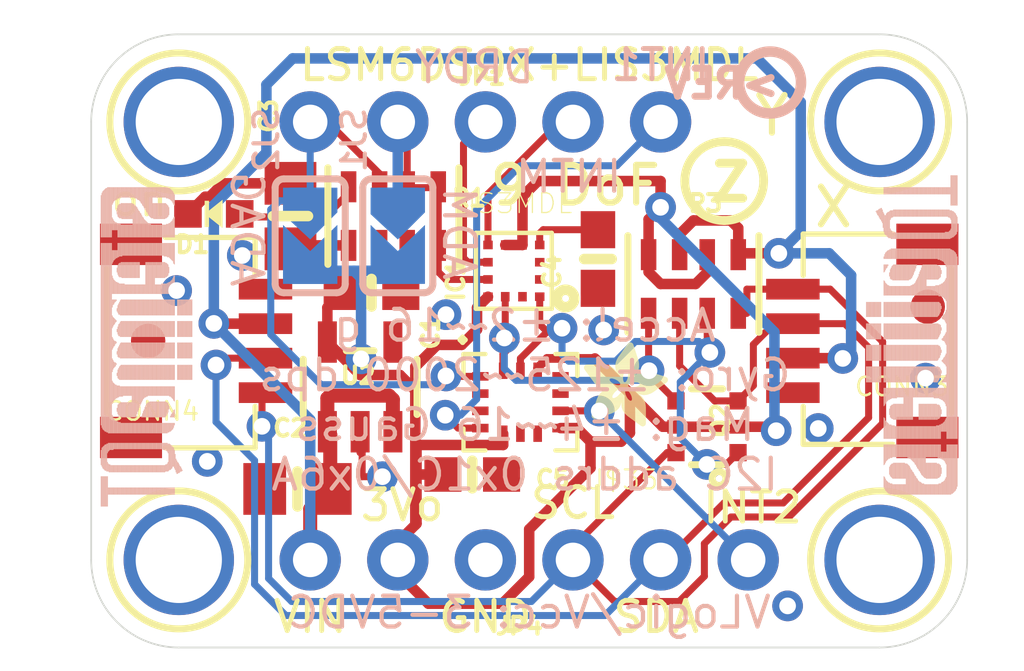
<source format=kicad_pcb>
(kicad_pcb (version 20211014) (generator pcbnew)
  (layers (0 "F.Cu" signal) (31 "B.Cu" signal) (34 "B.Paste" user) (35 "F.Paste" user) (36 "B.SilkS" user "B.Silkscreen") (37 "F.SilkS" user "F.Silkscreen") (38 "B.Mask" user) (39 "F.Mask" user) (44 "Edge.Cuts" user))
  (net 0 "")
  (net 1 "GND")
  (net 2 "3.3V")
  (net 3 "VCC")
  (net 4 "N$1")
  (net 5 "SDA_3V")
  (net 6 "SCL_3V")
  (net 7 "SCL")
  (net 8 "SDA")
  (net 9 "INTM")
  (net 10 "DRDY")
  (net 11 "CAP")
  (net 12 "INT1")
  (net 13 "ADM")
  (net 14 "ADAG")
  (net 15 "INT2")
  (footprint "boardEagle:1X05_ROUND_70" (layer "F.Cu") (at 147.2311 98.6536)
    (fp_text reference "JP1" (at -0.8382 -1.3208) (layer "F.SilkS") (effects (font (size 0.489631 0.489631) (thickness 0.119969)) (justify left)))
    (fp_text value "")
    (pad "1" thru_hole circle (at -5.08 0 90) (size 1.778 1.778) (drill 1) (layers *.Cu *.Mask) (net 14 "ADAG"))
    (pad "2" thru_hole circle (at -2.54 0 90) (size 1.778 1.778) (drill 1) (layers *.Cu *.Mask) (net 13 "ADM"))
    (pad "3" thru_hole circle (at 0 0 90) (size 1.778 1.778) (drill 1) (layers *.Cu *.Mask) (net 10 "DRDY"))
    (pad "4" thru_hole circle (at 2.54 0 90) (size 1.778 1.778) (drill 1) (layers *.Cu *.Mask) (net 9 "INTM"))
    (pad "5" thru_hole circle (at 5.08 0 90) (size 1.778 1.778) (drill 1) (layers *.Cu *.Mask) (net 12 "INT1"))
  )
  (footprint "boardEagle:MOUNTINGHOLE_2.5_PLATED" (layer "F.Cu") (at 138.3411 111.3536)
    (fp_text reference "U$19" hide)
    (fp_text value "MOUNTINGHOLE2.5" hide)
    (pad "P$1" thru_hole circle (at 0 0) (size 3.2 3.2) (drill 2.5) (layers *.Cu *.Mask))
  )
  (footprint "boardEagle:ADAFRUIT_2.5MM" (layer "F.Cu") (at 150.0886 107.4801)
    (fp_text reference "U$20" hide)
    (fp_text value "" hide)
  )
  (footprint "boardEagle:SOT23-5" (layer "F.Cu") (at 143.5989 106.3371)
    (fp_text reference "U2" (at 0.5112 -0.3302) (layer "F.SilkS") (effects (font (size 0.489631 0.489631) (thickness 0.119969)) (justify right)))
    (fp_text value "AP2112K-3.3")
    (pad "1" smd rect (at -0.95 1.3001) (size 0.55 1.2) (layers "F.Cu" "F.Paste" "F.Mask") (net 3 "VCC"))
    (pad "2" smd rect (at 0 1.3001) (size 0.55 1.2) (layers "F.Cu" "F.Paste" "F.Mask") (net 1 "GND"))
    (pad "3" smd rect (at 0.95 1.3001) (size 0.55 1.2) (layers "F.Cu" "F.Paste" "F.Mask") (net 3 "VCC"))
    (pad "4" smd rect (at 0.95 -1.3001) (size 0.55 1.2) (layers "F.Cu" "F.Paste" "F.Mask"))
    (pad "5" smd rect (at -0.95 -1.3001) (size 0.55 1.2) (layers "F.Cu" "F.Paste" "F.Mask") (net 2 "3.3V"))
  )
  (footprint "boardEagle:0805-NO" (layer "F.Cu") (at 141.7828 109.2962 180)
    (fp_text reference "C2" (at -0.3429 1.7653) (layer "F.SilkS") (effects (font (size 0.489631 0.489631) (thickness 0.119969)) (justify right)))
    (fp_text value "10uF")
    (pad "1" smd rect (at -0.95 0 180) (size 1.24 1.5) (layers "F.Cu" "F.Paste" "F.Mask") (net 3 "VCC"))
    (pad "2" smd rect (at 0.95 0 180) (size 1.24 1.5) (layers "F.Cu" "F.Paste" "F.Mask") (net 1 "GND"))
  )
  (footprint "boardEagle:0603-NO" (layer "F.Cu") (at 146.8501 108.8771)
    (fp_text reference "C5" (at 1.778 0.127) (layer "F.SilkS") (effects (font (size 0.489631 0.489631) (thickness 0.119969)) (justify left)))
    (fp_text value "1uF")
    (pad "1" smd rect (at -0.85 0) (size 1.075 1) (layers "F.Cu" "F.Paste" "F.Mask") (net 2 "3.3V"))
    (pad "2" smd rect (at 0.85 0) (size 1.075 1) (layers "F.Cu" "F.Paste" "F.Mask") (net 1 "GND"))
  )
  (footprint "boardEagle:0603-NO" (layer "F.Cu") (at 150.495 102.6287 -90)
    (fp_text reference "C4" (at -0.1905 1.3335 90) (layer "F.SilkS") (effects (font (size 0.489631 0.489631) (thickness 0.119969)) (justify right)))
    (fp_text value "0.1uF")
    (pad "1" smd rect (at -0.85 0 270) (size 1.075 1) (layers "F.Cu" "F.Paste" "F.Mask") (net 11 "CAP"))
    (pad "2" smd rect (at 0.85 0 270) (size 1.075 1) (layers "F.Cu" "F.Paste" "F.Mask") (net 1 "GND"))
  )
  (footprint "boardEagle:CHIPLED_0603_NOOUTLINE" (layer "F.Cu") (at 139.3571 101.3206 90)
    (fp_text reference "D1" (at -0.889 -0.0635) (layer "F.SilkS") (effects (font (size 0.489631 0.489631) (thickness 0.119969)) (justify right)))
    (fp_text value "GREEN")
    (pad "A" smd rect (at 0 0.75 90) (size 0.8 0.8) (layers "F.Cu" "F.Paste" "F.Mask") (net 4 "N$1"))
    (pad "C" smd rect (at 0 -0.75 90) (size 0.8 0.8) (layers "F.Cu" "F.Paste" "F.Mask") (net 1 "GND"))
  )
  (footprint "boardEagle:0805-NO" (layer "F.Cu") (at 141.5796 101.3841 90)
    (fp_text reference "C3" (at 2.3495 -0.635 90) (layer "F.SilkS") (effects (font (size 0.489631 0.489631) (thickness 0.119969)) (justify left)))
    (fp_text value "10uF")
    (pad "1" smd rect (at -0.95 0 90) (size 1.24 1.5) (layers "F.Cu" "F.Paste" "F.Mask") (net 2 "3.3V"))
    (pad "2" smd rect (at 0.95 0 90) (size 1.24 1.5) (layers "F.Cu" "F.Paste" "F.Mask") (net 1 "GND"))
  )
  (footprint "boardEagle:FIDUCIAL_1MM" (layer "F.Cu") (at 160.0581 104.013)
    (fp_text reference "FID4" hide)
    (fp_text value "FIDUCIAL_1MM" hide)
    (pad "1" smd roundrect (at 0 0) (size 1 1) (layers "F.Cu" "F.Mask") (roundrect_rratio 0.5))
  )
  (footprint "boardEagle:MOUNTINGHOLE_2.5_PLATED" (layer "F.Cu") (at 158.6611 98.6536)
    (fp_text reference "U$17" hide)
    (fp_text value "MOUNTINGHOLE2.5" hide)
    (pad "P$1" thru_hole circle (at 0 0) (size 3.2 3.2) (drill 2.5) (layers *.Cu *.Mask))
  )
  (footprint "boardEagle:RESPACK_4X0603" (layer "F.Cu") (at 144.5641 101.3841)
    (fp_text reference "R1" (at 1.6385 -0.5205) (layer "F.SilkS") (effects (font (size 0.489631 0.489631) (thickness 0.119969)) (justify left)))
    (fp_text value "10K")
    (pad "1" smd rect (at -1.3 0.85) (size 0.45 0.9) (layers "F.Cu" "F.Paste" "F.Mask") (net 2 "3.3V"))
    (pad "2" smd rect (at -0.4 0.85) (size 0.45 0.9) (layers "F.Cu" "F.Paste" "F.Mask") (net 1 "GND"))
    (pad "3" smd rect (at 0.4 0.85) (size 0.45 0.9) (layers "F.Cu" "F.Paste" "F.Mask") (net 1 "GND"))
    (pad "4" smd rect (at 1.3 0.85) (size 0.45 0.9) (layers "F.Cu" "F.Paste" "F.Mask") (net 13 "ADM"))
    (pad "5" smd rect (at 1.3 -0.85) (size 0.45 0.9) (layers "F.Cu" "F.Paste" "F.Mask") (net 13 "ADM"))
    (pad "6" smd rect (at 0.4 -0.85) (size 0.45 0.9) (layers "F.Cu" "F.Paste" "F.Mask") (net 13 "ADM"))
    (pad "7" smd rect (at -0.4 -0.85) (size 0.45 0.9) (layers "F.Cu" "F.Paste" "F.Mask") (net 14 "ADAG"))
    (pad "8" smd rect (at -1.3 -0.85) (size 0.45 0.9) (layers "F.Cu" "F.Paste" "F.Mask") (net 4 "N$1"))
  )
  (footprint "boardEagle:LGA12_2X2MM" (layer "F.Cu") (at 148.0566 102.9716 180)
    (fp_text reference "IC1" (at 1.6845 0.4015 90) (layer "F.SilkS") (effects (font (size 0.489631 0.489631) (thickness 0.119969)) (justify right)))
    (fp_text value "LIS3MDL" (at -1.735 1.954) (layer "F.SilkS") (effects (font (size 0.573024 0.573024) (thickness 0.036576)) (justify right)))
    (pad "1" smd rect (at -0.75 -0.75 180) (size 0.275 0.25) (layers "F.Cu" "F.Paste" "F.Mask") (net 6 "SCL_3V"))
    (pad "2" smd rect (at -0.75 -0.25 180) (size 0.275 0.25) (layers "F.Cu" "F.Paste" "F.Mask") (net 1 "GND"))
    (pad "3" smd rect (at -0.75 0.25 180) (size 0.275 0.25) (layers "F.Cu" "F.Paste" "F.Mask") (net 1 "GND"))
    (pad "4" smd rect (at -0.75 0.75 180) (size 0.275 0.25) (layers "F.Cu" "F.Paste" "F.Mask") (net 11 "CAP"))
    (pad "5" smd rect (at -0.25 0.75 270) (size 0.275 0.25) (layers "F.Cu" "F.Paste" "F.Mask") (net 2 "3.3V"))
    (pad "6" smd rect (at 0.25 0.75 270) (size 0.275 0.25) (layers "F.Cu" "F.Paste" "F.Mask") (net 2 "3.3V"))
    (pad "7" smd rect (at 0.75 0.75) (size 0.275 0.25) (layers "F.Cu" "F.Paste" "F.Mask") (net 9 "INTM"))
    (pad "8" smd rect (at 0.75 0.25) (size 0.275 0.25) (layers "F.Cu" "F.Paste" "F.Mask") (net 10 "DRDY"))
    (pad "9" smd rect (at 0.75 -0.25) (size 0.275 0.25) (layers "F.Cu" "F.Paste" "F.Mask") (net 13 "ADM"))
    (pad "10" smd rect (at 0.75 -0.75) (size 0.275 0.25) (layers "F.Cu" "F.Paste" "F.Mask") (net 2 "3.3V"))
    (pad "11" smd rect (at 0.25 -0.75 90) (size 0.275 0.25) (layers "F.Cu" "F.Paste" "F.Mask") (net 5 "SDA_3V"))
    (pad "12" smd rect (at -0.25 -0.75 90) (size 0.275 0.25) (layers "F.Cu" "F.Paste" "F.Mask") (net 1 "GND"))
  )
  (footprint "boardEagle:JST_SH4" (layer "F.Cu") (at 138.3411 105.0036 -90)
    (fp_text reference "CONN4" (at 2.0375 2.187) (layer "F.SilkS") (effects (font (size 0.534822 0.534822) (thickness 0.074778)) (justify left)))
    (fp_text value "STEMMA_I2C_QT" hide)
    (pad "1" smd rect (at -1.5 -2.514) (size 1.55 0.6) (layers "F.Cu" "F.Paste" "F.Mask") (net 1 "GND"))
    (pad "2" smd rect (at -0.5 -2.514) (size 1.55 0.6) (layers "F.Cu" "F.Paste" "F.Mask") (net 3 "VCC"))
    (pad "3" smd rect (at 0.5 -2.514) (size 1.55 0.6) (layers "F.Cu" "F.Paste" "F.Mask") (net 8 "SDA"))
    (pad "4" smd rect (at 1.5 -2.514) (size 1.55 0.6) (layers "F.Cu" "F.Paste" "F.Mask") (net 7 "SCL"))
    (pad "MT1" smd rect (at -2.8 1.386) (size 1.8 1.2) (layers "F.Cu" "F.Paste" "F.Mask") (net 1 "GND"))
    (pad "MT2" smd rect (at 2.8 1.386) (size 1.8 1.2) (layers "F.Cu" "F.Paste" "F.Mask") (net 1 "GND"))
  )
  (footprint "boardEagle:1X06_ROUND_70" (layer "F.Cu") (at 148.5011 111.3536)
    (fp_text reference "JP4" (at -1.0287 1.9177) (layer "F.SilkS") (effects (font (size 0.489631 0.489631) (thickness 0.119969)) (justify left)))
    (fp_text value "")
    (pad "1" thru_hole circle (at -6.35 0 90) (size 1.778 1.778) (drill 1) (layers *.Cu *.Mask) (net 3 "VCC"))
    (pad "2" thru_hole circle (at -3.81 0 90) (size 1.778 1.778) (drill 1) (layers *.Cu *.Mask) (net 2 "3.3V"))
    (pad "3" thru_hole circle (at -1.27 0 90) (size 1.778 1.778) (drill 1) (layers *.Cu *.Mask) (net 1 "GND"))
    (pad "4" thru_hole circle (at 1.27 0 90) (size 1.778 1.778) (drill 1) (layers *.Cu *.Mask) (net 7 "SCL"))
    (pad "5" thru_hole circle (at 3.81 0 90) (size 1.778 1.778) (drill 1) (layers *.Cu *.Mask) (net 8 "SDA"))
    (pad "6" thru_hole circle (at 6.35 0 90) (size 1.778 1.778) (drill 1) (layers *.Cu *.Mask) (net 15 "INT2"))
  )
  (footprint "boardEagle:MOUNTINGHOLE_2.5_PLATED" (layer "F.Cu") (at 138.3411 98.6536)
    (fp_text reference "U$1" hide)
    (fp_text value "MOUNTINGHOLE2.5" hide)
    (pad "P$1" thru_hole circle (at 0 0) (size 3.2 3.2) (drill 2.5) (layers *.Cu *.Mask))
  )
  (footprint "boardEagle:0603-NO" (layer "F.Cu") (at 143.9291 103.6066)
    (fp_text reference "C1" (at 1.7145 1.7145 90) (layer "F.SilkS") (effects (font (size 0.489631 0.489631) (thickness 0.119969)) (justify left)))
    (fp_text value "0.1uF")
    (pad "1" smd rect (at -0.85 0) (size 1.075 1) (layers "F.Cu" "F.Paste" "F.Mask") (net 2 "3.3V"))
    (pad "2" smd rect (at 0.85 0) (size 1.075 1) (layers "F.Cu" "F.Paste" "F.Mask") (net 1 "GND"))
  )
  (footprint "boardEagle:FIDUCIAL_1MM" (layer "F.Cu") (at 137.4521 105.0036)
    (fp_text reference "FID3" hide)
    (fp_text value "FIDUCIAL_1MM" hide)
    (pad "1" smd roundrect (at 0 0) (size 1 1) (layers "F.Cu" "F.Mask") (roundrect_rratio 0.5))
  )
  (footprint "boardEagle:SOT363" (layer "F.Cu") (at 153.6573 107.4928 90)
    (fp_text reference "Q2" (at -0.381 0.381 90) (layer "F.SilkS") (effects (font (size 0.489631 0.489631) (thickness 0.119969)) (justify left)))
    (fp_text value "BSS138")
    (pad "1" smd rect (at -0.75 0.9 90) (size 0.5 0.5) (layers "F.Cu" "F.Paste" "F.Mask") (net 6 "SCL_3V"))
    (pad "2" smd rect (at 0 0.9 90) (size 0.4 0.5) (layers "F.Cu" "F.Paste" "F.Mask") (net 2 "3.3V"))
    (pad "3" smd rect (at 0.75 0.9 90) (size 0.5 0.5) (layers "F.Cu" "F.Paste" "F.Mask") (net 8 "SDA"))
    (pad "4" smd rect (at 0.75 -0.9 90) (size 0.5 0.5) (layers "F.Cu" "F.Paste" "F.Mask") (net 5 "SDA_3V"))
    (pad "5" smd rect (at 0 -0.9 90) (size 0.4 0.5) (layers "F.Cu" "F.Paste" "F.Mask") (net 2 "3.3V"))
    (pad "6" smd rect (at -0.75 -0.9 90) (size 0.5 0.5) (layers "F.Cu" "F.Paste" "F.Mask") (net 7 "SCL"))
  )
  (footprint "boardEagle:JST_SH4" (layer "F.Cu") (at 158.6611 105.0036 90)
    (fp_text reference "CONN3" (at -1.328 2.06) (layer "F.SilkS") (effects (font (size 0.534822 0.534822) (thickness 0.074778)) (justify right)))
    (fp_text value "STEMMA_I2C_QT" hide)
    (pad "1" smd rect (at -1.5 -2.514 180) (size 1.55 0.6) (layers "F.Cu" "F.Paste" "F.Mask") (net 1 "GND"))
    (pad "2" smd rect (at -0.5 -2.514 180) (size 1.55 0.6) (layers "F.Cu" "F.Paste" "F.Mask") (net 3 "VCC"))
    (pad "3" smd rect (at 0.5 -2.514 180) (size 1.55 0.6) (layers "F.Cu" "F.Paste" "F.Mask") (net 8 "SDA"))
    (pad "4" smd rect (at 1.5 -2.514 180) (size 1.55 0.6) (layers "F.Cu" "F.Paste" "F.Mask") (net 7 "SCL"))
    (pad "MT1" smd rect (at -2.8 1.386 180) (size 1.8 1.2) (layers "F.Cu" "F.Paste" "F.Mask") (net 1 "GND"))
    (pad "MT2" smd rect (at 2.8 1.386 180) (size 1.8 1.2) (layers "F.Cu" "F.Paste" "F.Mask") (net 1 "GND"))
  )
  (footprint "boardEagle:MOUNTINGHOLE_2.5_PLATED" (layer "F.Cu") (at 158.6611 111.3536)
    (fp_text reference "U$21" hide)
    (fp_text value "MOUNTINGHOLE2.5" hide)
    (pad "P$1" thru_hole circle (at 0 0) (size 3.2 3.2) (drill 2.5) (layers *.Cu *.Mask))
  )
  (footprint "boardEagle:RESPACK_4X0603" (layer "F.Cu") (at 153.2636 103.3526 180)
    (fp_text reference "R3" (at -0.9015 2.337) (layer "F.SilkS") (effects (font (size 0.489631 0.489631) (thickness 0.119969)) (justify right)))
    (fp_text value "10K")
    (pad "1" smd rect (at -1.3 0.85 180) (size 0.45 0.9) (layers "F.Cu" "F.Paste" "F.Mask") (net 3 "VCC"))
    (pad "2" smd rect (at -0.4 0.85 180) (size 0.45 0.9) (layers "F.Cu" "F.Paste" "F.Mask") (net 2 "3.3V"))
    (pad "3" smd rect (at 0.4 0.85 180) (size 0.45 0.9) (layers "F.Cu" "F.Paste" "F.Mask") (net 3 "VCC"))
    (pad "4" smd rect (at 1.3 0.85 180) (size 0.45 0.9) (layers "F.Cu" "F.Paste" "F.Mask") (net 2 "3.3V"))
    (pad "5" smd rect (at 1.3 -0.85 180) (size 0.45 0.9) (layers "F.Cu" "F.Paste" "F.Mask") (net 5 "SDA_3V"))
    (pad "6" smd rect (at 0.4 -0.85 180) (size 0.45 0.9) (layers "F.Cu" "F.Paste" "F.Mask") (net 8 "SDA"))
    (pad "7" smd rect (at -0.4 -0.85 180) (size 0.45 0.9) (layers "F.Cu" "F.Paste" "F.Mask") (net 6 "SCL_3V"))
    (pad "8" smd rect (at -1.3 -0.85 180) (size 0.45 0.9) (layers "F.Cu" "F.Paste" "F.Mask") (net 7 "SCL"))
  )
  (footprint "boardEagle:LGA-14L" (layer "F.Cu") (at 148.2471 106.7816)
    (fp_text reference "U$35" (at 1.81 2.2465) (layer "F.SilkS") (effects (font (size 0.549778 0.549778) (thickness 0.059822)) (justify left)))
    (fp_text value "LSM6DSOX")
    (fp_text user "." (at -2.159 -1.524) (layer "F.SilkS") (effects (font (size 1.63576 1.63576) (thickness 0.14224)) (justify left bottom)))
    (pad "1" smd rect (at -1.1625 -0.75) (size 0.475 0.25) (layers "F.Cu" "F.Paste" "F.Mask") (net 14 "ADAG"))
    (pad "2" smd rect (at -1.1625 -0.25) (size 0.475 0.25) (layers "F.Cu" "F.Paste" "F.Mask"))
    (pad "3" smd rect (at -1.1625 0.25) (size 0.475 0.25) (layers "F.Cu" "F.Paste" "F.Mask"))
    (pad "4" smd rect (at -1.1625 0.75) (size 0.475 0.25) (layers "F.Cu" "F.Paste" "F.Mask") (net 12 "INT1"))
    (pad "5" smd rect (at -0.5 0.9125 90) (size 0.475 0.25) (layers "F.Cu" "F.Paste" "F.Mask") (net 2 "3.3V"))
    (pad "6" smd rect (at 0 0.9125 90) (size 0.475 0.25) (layers "F.Cu" "F.Paste" "F.Mask") (net 1 "GND"))
    (pad "7" smd rect (at 0.5 0.9125 90) (size 0.475 0.25) (layers "F.Cu" "F.Paste" "F.Mask") (net 1 "GND"))
    (pad "8" smd rect (at 1.1625 0.75 180) (size 0.475 0.25) (layers "F.Cu" "F.Paste" "F.Mask") (net 2 "3.3V"))
    (pad "9" smd rect (at 1.1625 0.25 180) (size 0.475 0.25) (layers "F.Cu" "F.Paste" "F.Mask") (net 15 "INT2"))
    (pad "10" smd rect (at 1.1625 -0.25 180) (size 0.475 0.25) (layers "F.Cu" "F.Paste" "F.Mask"))
    (pad "11" smd rect (at 1.1625 -0.75 180) (size 0.475 0.25) (layers "F.Cu" "F.Paste" "F.Mask"))
    (pad "12" smd rect (at 0.5 -0.9125 270) (size 0.475 0.25) (layers "F.Cu" "F.Paste" "F.Mask") (net 2 "3.3V"))
    (pad "13" smd rect (at 0 -0.9125 270) (size 0.475 0.25) (layers "F.Cu" "F.Paste" "F.Mask") (net 6 "SCL_3V"))
    (pad "14" smd rect (at -0.5 -0.9125 270) (size 0.475 0.25) (layers "F.Cu" "F.Paste" "F.Mask") (net 5 "SDA_3V"))
  )
  (footprint "boardEagle:STEMMAQT" (layer "B.Cu") (at 138.7221 100.5586 -90)
    (fp_text reference "U$31" hide)
    (fp_text value "" hide)
  )
  (footprint "boardEagle:SOLDERJUMPER_ARROW_NOPASTE" (layer "B.Cu") (at 142.1511 101.9556 -90)
    (fp_text reference "SJ2" (at -1.778 1.27 -270) (layer "B.SilkS") (effects (font (size 0.692831 0.692831) (thickness 0.119969)) (justify right mirror)))
    (fp_text value "")
    (fp_poly (pts (xy 1.3946 -0.7882) (xy -0.315893 -0.7882) (xy 0.443148 0) (xy -0.315893 0.7882) (xy 1.3946 0.7882)) (layer "B.Cu") (width 0) (fill solid))
    (fp_poly (pts (xy 0.106121 -0.002663) (xy -0.679416 -0.7882) (xy -1.3946 -0.7882) (xy -1.3946 0.7882) (xy -0.62715 0.7882)) (layer "B.Cu") (width 0) (fill solid))
    (pad "1" smd roundrect (at -1.016 0 270) (size 0.762 1.524) (layers "B.Cu") (net 14 "ADAG"))
    (pad "2" smd roundrect (at 1.016 0 270) (size 0.762 1.524) (layers "B.Cu") (net 2 "3.3V"))
  )
  (footprint "boardEagle:SOLDERJUMPER_ARROW_NOPASTE" (layer "B.Cu") (at 144.6911 101.9556 -90)
    (fp_text reference "SJ1" (at -1.778 1.27 -270) (layer "B.SilkS") (effects (font (size 0.692831 0.692831) (thickness 0.119969)) (justify right mirror)))
    (fp_text value "")
    (fp_poly (pts (xy 0.106121 -0.002663) (xy -0.679416 -0.7882) (xy -1.3946 -0.7882) (xy -1.3946 0.7882) (xy -0.62715 0.7882)) (layer "B.Cu") (width 0) (fill solid))
    (fp_poly (pts (xy 1.3946 -0.7882) (xy -0.315893 -0.7882) (xy 0.443148 0) (xy -0.315893 0.7882) (xy 1.3946 0.7882)) (layer "B.Cu") (width 0) (fill solid))
    (pad "1" smd roundrect (at -1.016 0 270) (size 0.762 1.524) (layers "B.Cu") (net 13 "ADM"))
    (pad "2" smd roundrect (at 1.016 0 270) (size 0.762 1.524) (layers "B.Cu") (net 2 "3.3V"))
  )
  (footprint "boardEagle:STEMMAQT" (layer "B.Cu") (at 158.2801 109.4486 90)
    (fp_text reference "U$30" hide)
    (fp_text value "" hide)
  )
  (footprint "boardEagle:PCBFEAT-REV-040" (layer "B.Cu") (at 155.4861 97.5106 180)
    (fp_text reference "U$25" hide)
    (fp_text value "" hide)
    (fp_text user ">REV" (at -0.3556 -0.508) (layer "B.SilkS") (effects (font (size 0.8128 0.8128) (thickness 0.2032)) (justify left bottom mirror)))
  )
  (gr_arc (start 153.0136 100.3691) (mid 153.348377 99.560877) (end 154.1566 99.2261) (layer "F.SilkS") (width 0.254))
  (gr_arc (start 154.1566 101.5121) (mid 153.348377 101.177323) (end 153.0136 100.3691) (layer "F.SilkS") (width 0.254))
  (gr_arc (start 154.1566 99.2261) (mid 154.970688 99.555014) (end 155.2996 100.369102) (layer "F.SilkS") (width 0.254))
  (gr_arc (start 155.2996 100.3691) (mid 154.964823 101.177323) (end 154.1566 101.5121) (layer "F.SilkS") (width 0.254))
  (gr_line (start 135.8011 98.6536) (end 135.8011 111.3536) (layer "Edge.Cuts") (width 0.05))
  (gr_line (start 161.2011 111.3536) (end 161.2011 98.6536) (layer "Edge.Cuts") (width 0.05))
  (gr_arc (start 138.3411 113.8936) (mid 136.545049 113.149651) (end 135.8011 111.3536) (layer "Edge.Cuts") (width 0.05))
  (gr_arc (start 135.8011 98.6536) (mid 136.545049 96.857549) (end 138.3411 96.1136) (layer "Edge.Cuts") (width 0.05))
  (gr_arc (start 158.6611 96.1136) (mid 160.457151 96.857549) (end 161.2011 98.6536) (layer "Edge.Cuts") (width 0.05))
  (gr_line (start 138.3411 113.8936) (end 158.6611 113.8936) (layer "Edge.Cuts") (width 0.05))
  (gr_arc (start 161.2011 111.3536) (mid 160.457151 113.149651) (end 158.6611 113.8936) (layer "Edge.Cuts") (width 0.05))
  (gr_line (start 158.6611 96.1136) (end 138.3411 96.1136) (layer "Edge.Cuts") (width 0.05))
  (gr_text "DRDY" (at 146.9136 97.0661) (layer "B.SilkS") (effects (font (size 0.89408 0.89408) (thickness 0.12192)) (justify mirror)))
  (gr_text "VLogic/Vcc: 3-5VDC" (at 148.5011 112.8776) (layer "B.SilkS") (effects (font (size 0.89408 0.89408) (thickness 0.12192)) (justify mirror)))
  (gr_text "ADM" (at 146.4691 101.8921 -90) (layer "B.SilkS") (effects (font (size 0.89408 0.89408) (thickness 0.12192)) (justify mirror)))
  (gr_text "Accel: ±2~~16 g\nGyro: ±125~~2000 dps\nMag: ±4~~16 Gauss\nI2C addrs 0x1C/0x6A" (at 148.3741 106.7181) (layer "B.SilkS") (effects (font (size 0.89408 0.89408) (thickness 0.12192)) (justify mirror)))
  (gr_text "ADAG" (at 140.3096 101.7651 -90) (layer "B.SilkS") (effects (font (size 0.89408 0.89408) (thickness 0.12192)) (justify mirror)))
  (gr_text "INT1" (at 152.3111 97.0026) (layer "B.SilkS") (effects (font (size 0.87376 0.87376) (thickness 0.14224)) (justify mirror)))
  (gr_text "INTM" (at 149.6441 100.2411) (layer "B.SilkS") (effects (font (size 0.89408 0.89408) (thickness 0.12192)) (justify mirror)))
  (gr_text "SDA" (at 152.1841 113.0046) (layer "F.SilkS") (effects (font (size 0.87376 0.87376) (thickness 0.14224))))
  (gr_text "VIN" (at 142.1511 113.0046) (layer "F.SilkS") (effects (font (size 0.87376 0.87376) (thickness 0.14224))))
  (gr_text "GND" (at 147.2311 113.0046) (layer "F.SilkS") (effects (font (size 0.87376 0.87376) (thickness 0.14224))))
  (gr_text "SCL" (at 149.7711 109.7026) (layer "F.SilkS") (effects (font (size 0.87376 0.87376) (thickness 0.14224))))
  (gr_text "3Vo" (at 144.8181 109.7661) (layer "F.SilkS") (effects (font (size 0.87376 0.87376) (thickness 0.14224))))
  (gr_text "Y" (at 156.1251 97.8291) (layer "F.SilkS") (effects (font (size 1.0922 1.0922) (thickness 0.1778)) (justify right top)))
  (gr_text "LSM6DSOX+LIS3MDL" (at 148.5011 97.0026) (layer "F.SilkS") (effects (font (size 0.87376 0.87376) (thickness 0.14224))))
  (gr_text "9 DoF" (at 149.8346 100.4951) (layer "F.SilkS") (effects (font (size 1.0922 1.0922) (thickness 0.1778))))
  (gr_text "X" (at 156.6886 101.7641) (layer "F.SilkS") (effects (font (size 1.0922 1.0922) (thickness 0.1778)) (justify left bottom)))
  (gr_text "INT2" (at 154.9781 109.8296) (layer "F.SilkS") (effects (font (size 0.87376 0.87376) (thickness 0.14224))))
  (gr_text "on" (at 136.3091 101.4476) (layer "F.SilkS") (effects (font (size 0.89408 0.89408) (thickness 0.12192)) (justify left bottom)))
  (gr_text "Z" (at 153.7041 101.0021) (layer "F.SilkS") (effects (font (size 1.016 1.016) (thickness 0.254)) (justify left bottom)))
  (segment (start 138.6071 101.3206) (end 139.1057 100.822) (width 0.3048) (layer "F.Cu") (net 1))
  (segment (start 143.6576 108.9406) (end 144.2466 108.9406) (width 0.2032) (layer "F.Cu") (net 1))
  (segment (start 139.627181 100.4341) (end 141.5796 100.4341) (width 0.3048) (layer "F.Cu") (net 1))
  (segment (start 143.6576 108.2414) (end 143.6576 108.9406) (width 0.2032) (layer "F.Cu") (net 1))
  (segment (start 143.5989 108.2414) (end 143.6576 108.2414) (width 0.2032) (layer "F.Cu") (net 1))
  (segment (start 144.9641 102.2341) (end 144.9641 103.6066) (width 0.2032) (layer "F.Cu") (net 1))
  (segment (start 144.9641 103.6066) (end 144.7791 103.6066) (width 0.2032) (layer "F.Cu") (net 1))
  (segment (start 139.239281 100.822) (end 139.627181 100.4341) (width 0.3048) (layer "F.Cu") (net 1))
  (segment (start 139.1057 100.822) (end 139.239281 100.822) (width 0.3048) (layer "F.Cu") (net 1))
  (segment (start 143.5989 107.6372) (end 143.5989 108.2414) (width 0.2032) (layer "F.Cu") (net 1))
  (via (at 139.1666 108.4961) (size 0.889) (drill 0.4826) (layers "F.Cu" "B.Cu") (net 1))
  (via (at 155.9941 112.6871) (size 0.889) (drill 0.4826) (layers "F.Cu" "B.Cu") (net 1))
  (via (at 150.6601 104.6861) (size 0.889) (drill 0.4826) (layers "F.Cu" "B.Cu") (net 1))
  (via (at 146.0881 104.2416) (size 0.889) (drill 0.4826) (layers "F.Cu" "B.Cu") (net 1))
  (via (at 140.1826 102.5271) (size 0.889) (drill 0.4826) (layers "F.Cu" "B.Cu") (net 1))
  (via (at 144.2466 108.9406) (size 0.889) (drill 0.4826) (layers "F.Cu" "B.Cu") (net 1))
  (via (at 138.2776 103.5431) (size 0.889) (drill 0.4826) (layers "F.Cu" "B.Cu") (net 1))
  (via (at 159.9946 106.0831) (size 0.889) (drill 0.4826) (layers "F.Cu" "B.Cu") (net 1))
  (via (at 156.8831 107.5436) (size 0.889) (drill 0.4826) (layers "F.Cu" "B.Cu") (net 1))
  (segment (start 144.7546 105.9926) (end 145.1991 106.4371) (width 0.3048) (layer "F.Cu") (net 2))
  (segment (start 153.3271 103.3526) (end 153.6636 103.0161) (width 0.3048) (layer "F.Cu") (net 2))
  (segment (start 155.5496 107.4928) (end 155.6639 107.6071) (width 0.3048) (layer "F.Cu") (net 2))
  (segment (start 144.6911 110.8456) (end 144.6911 111.3536) (width 0.3048) (layer "F.Cu") (net 2))
  (segment (start 141.5796 102.3341) (end 141.4796 102.2341) (width 0.3048) (layer "F.Cu") (net 2))
  (segment (start 152.3111 100.3681) (end 148.7551 100.3681) (width 0.3048) (layer "F.Cu") (net 2))
  (segment (start 142.7226 103.2501) (end 143.0791 103.6066) (width 0.3048) (layer "F.Cu") (net 2))
  (segment (start 143.2641 102.2341) (end 142.7226 102.2341) (width 0.3048) (layer "F.Cu") (net 2))
  (segment (start 143.6262 105.9709) (end 143.6045 105.9926) (width 0.3048) (layer "F.Cu") (net 2))
  (segment (start 147.721231 112.6236) (end 145.5801 112.6236) (width 0.3048) (layer "F.Cu") (net 2))
  (segment (start 146.5446 105.1186) (end 145.8334 105.1186) (width 0.3048) (layer "F.Cu") (net 2))
  (segment (start 153.6636 103.0161) (end 153.6636 102.5026) (width 0.3048) (layer "F.Cu") (net 2))
  (segment (start 148.7551 100.3681) (end 148.3066 100.8166) (width 0.3048) (layer "F.Cu") (net 2))
  (segment (start 150.2791 107.9246) (end 150.2791 108.6866) (width 0.3048) (layer "F.Cu") (net 2))
  (segment (start 142.7226 102.2341) (end 141.4796 102.2341) (width 0.3048) (layer "F.Cu") (net 2))
  (segment (start 149.8861 107.5316) (end 150.2791 107.9246) (width 0.3048) (layer "F.Cu") (net 2))
  (segment (start 151.4221 106.5276) (end 151.626512 106.732013) (width 0.3048) (layer "F.Cu") (net 2))
  (segment (start 151.4221 107.6706) (end 151.4221 106.5276) (width 0.3048) (layer "F.Cu") (net 2))
  (segment (start 145.5801 112.6236) (end 144.6911 111.7346) (width 0.3048) (layer "F.Cu") (net 2))
  (segment (start 148.5011 110.4646) (end 148.5011 111.843732) (width 0.3048) (layer "F.Cu") (net 2))
  (segment (start 149.4096 107.5316) (end 149.8861 107.5316) (width 0.3048) (layer "F.Cu") (net 2))
  (segment (start 146.9891 104.6741) (end 146.5446 105.1186) (width 0.3048) (layer "F.Cu") (net 2))
  (segment (start 145.1991 106.4371) (end 145.1991 110.3376) (width 0.3048) (layer "F.Cu") (net 2))
  (segment (start 154.5573 107.4928) (end 155.5496 107.4928) (width 0.3048) (layer "F.Cu") (net 2))
  (segment (start 151.1681 107.9246) (end 150.2791 107.9246) (width 0.3048) (layer "F.Cu") (net 2))
  (segment (start 152.3111 101.1301) (end 152.3111 100.3681) (width 0.3048) (layer "F.Cu") (net 2))
  (segment (start 145.1991 110.3376) (end 144.6911 110.8456) (width 0.3048) (layer "F.Cu") (net 2))
  (segment (start 148.3066 102.2216) (end 148.3066 100.8166) (width 0.3048) (layer "F.Cu") (net 2))
  (segment (start 148.3066 102.2216) (end 147.8066 102.2216) (width 0.3048) (layer "F.Cu") (net 2))
  (segment (start 151.9636 101.4776) (end 151.9636 102.5026) (width 0.3048) (layer "F.Cu") (net 2))
  (segment (start 142.6489 105.037) (end 142.6489 104.0368) (width 0.3048) (layer "F.Cu") (net 2))
  (segment (start 151.9636 103.0051) (end 152.3111 103.3526) (width 0.3048) (layer "F.Cu") (net 2))
  (segment (start 145.2975 108.8771) (end 145.234 108.8136) (width 0.3048) (layer "F.Cu") (net 2))
  (segment (start 152.7573 107.4928) (end 154.5573 107.4928) (width 0.3048) (layer "F.Cu") (net 2))
  (segment (start 151.1681 107.9246) (end 151.4221 107.6706) (width 0.3048) (layer "F.Cu") (net 2))
  (segment (start 145.234 110.3027) (end 145.234 108.8136) (width 0.3048) (layer "F.Cu") (net 2))
  (segment (start 152.3111 103.3526) (end 153.3271 103.3526) (width 0.3048) (layer "F.Cu") (net 2))
  (segment (start 152.7573 107.4928) (end 152.375812 107.4928) (width 0.3048) (layer "F.Cu") (net 2))
  (segment (start 151.626512 106.732013) (end 151.626512 106.7435) (width 0.3048) (layer "F.Cu") (net 2))
  (segment (start 149.020681 105.5116) (end 150.4061 105.5116) (width 0.254) (layer "F.Cu") (net 2))
  (segment (start 142.7226 102.2341) (end 142.7226 103.2501) (width 0.3048) (layer "F.Cu") (net 2))
  (segment (start 145.1991 105.7529) (end 145.1991 106.4371) (width 0.3048) (layer "F.Cu") (net 2))
  (segment (start 147.7471 107.6941) (end 147.7471 108.0215) (width 0.3048) (layer "F.Cu") (net 2))
  (segment (start 145.234 108.0215) (end 147.7471 108.0215) (width 0.3048) (layer "F.Cu") (net 2))
  (segment (start 143.6045 105.9926) (end 144.7546 105.9926) (width 0.3048) (layer "F.Cu") (net 2))
  (segment (start 150.2791 108.6866) (end 148.5011 110.4646) (width 0.3048) (layer "F.Cu") (net 2))
  (segment (start 144.6911 111.7346) (end 144.6911 111.3536) (width 0.3048) (layer "F.Cu") (net 2))
  (segment (start 146.0001 108.8771) (end 145.2975 108.8771) (width 0.3048) (layer "F.Cu") (net 2))
  (segment (start 151.626512 106.7435) (end 152.375812 107.4928) (width 0.3048) (layer "F.Cu") (net 2))
  (segment (start 142.6489 104.0368) (end 143.0791 103.6066) (width 0.3048) (layer "F.Cu") (net 2))
  (segment (start 152.3111 101.1301) (end 151.9636 101.4776) (width 0.3048) (layer "F.Cu") (net 2))
  (segment (start 148.7471 105.785182) (end 149.020681 105.5116) (width 0.254) (layer "F.Cu") (net 2))
  (segment (start 145.234 108.8136) (end 145.234 108.0215) (width 0.3048) (layer "F.Cu") (net 2))
  (segment (start 148.7471 105.8691) (end 148.7471 105.785182) (width 0.254) (layer "F.Cu") (net 2))
  (segment (start 143.6262 105.5243) (end 143.6262 105.9709) (width 0.3048) (layer "F.Cu") (net 2))
  (segment (start 148.5011 111.843732) (end 147.721231 112.6236) (width 0.3048) (layer "F.Cu") (net 2))
  (segment (start 150.4061 105.5116) (end 151.4221 106.5276) (width 0.3048) (layer "F.Cu") (net 2))
  (segment (start 151.9636 102.5026) (end 151.9636 103.0051) (width 0.3048) (layer "F.Cu") (net 2))
  (segment (start 146.9891 104.0391) (end 146.9891 104.6741) (width 0.3048) (layer "F.Cu") (net 2))
  (segment (start 142.6489 105.037) (end 143.6045 105.9926) (width 0.3048) (layer "F.Cu") (net 2))
  (segment (start 145.8334 105.1186) (end 145.1991 105.7529) (width 0.3048) (layer "F.Cu") (net 2))
  (segment (start 145.1991 110.3376) (end 145.234 110.3027) (width 0.3048) (layer "F.Cu") (net 2))
  (segment (start 147.3066 103.7216) (end 146.9891 104.0391) (width 0.3048) (layer "F.Cu") (net 2))
  (via (at 152.3111 101.1301) (size 0.889) (drill 0.4826) (layers "F.Cu" "B.Cu") (net 2))
  (via (at 143.6262 105.5243) (size 0.889) (drill 0.4826) (layers "F.Cu" "B.Cu") (net 2))
  (via (at 155.6639 107.6071) (size 0.889) (drill 0.4826) (layers "F.Cu" "B.Cu") (net 2))
  (segment (start 143.6262 103.1767) (end 143.6262 105.5243) (width 0.3048) (layer "B.Cu") (net 2))
  (segment (start 155.6639 107.6071) (end 155.6131 107.5563) (width 0.3048) (layer "B.Cu") (net 2))
  (segment (start 155.6131 107.5563) (end 155.6131 104.7496) (width 0.3048) (layer "B.Cu") (net 2))
  (segment (start 152.3111 101.4476) (end 152.3111 101.1301) (width 0.3048) (layer "B.Cu") (net 2))
  (segment (start 143.4211 102.9716) (end 143.6262 103.1767) (width 0.3048) (layer "B.Cu") (net 2))
  (segment (start 155.6131 104.7496) (end 152.3111 101.4476) (width 0.3048) (layer "B.Cu") (net 2))
  (segment (start 142.1511 102.9716) (end 143.4211 102.9716) (width 0.3048) (layer "B.Cu") (net 2))
  (segment (start 143.4211 102.9716) (end 144.6911 102.9716) (width 0.3048) (layer "B.Cu") (net 2))
  (segment (start 144.4371 106.5911) (end 142.7226 106.5911) (width 0.4064) (layer "F.Cu") (net 3))
  (segment (start 142.1511 109.8779) (end 142.7328 109.2962) (width 0.4064) (layer "F.Cu") (net 3))
  (segment (start 154.5636 102.5026) (end 154.6026 102.4636) (width 0.3048) (layer "F.Cu") (net 3))
  (segment (start 152.8636 101.911104) (end 152.8636 102.5026) (width 0.3048) (layer "F.Cu") (net 3))
  (segment (start 142.7226 106.5911) (end 142.6489 106.6648) (width 0.4064) (layer "F.Cu") (net 3))
  (segment (start 157.5863 105.5036) (end 157.5943 105.5116) (width 0.3048) (layer "F.Cu") (net 3))
  (segment (start 153.2636 101.5111) (end 154.3431 101.5111) (width 0.3048) (layer "F.Cu") (net 3))
  (segment (start 142.1511 111.3536) (end 142.1511 109.8779) (width 0.4064) (layer "F.Cu") (net 3))
  (segment (start 139.3651 104.5036) (end 139.3571 104.4956) (width 0.3048) (layer "F.Cu") (net 3))
  (segment (start 142.7328 107.7211) (end 142.7328 109.2962) (width 0.4064) (layer "F.Cu") (net 3))
  (segment (start 142.6489 106.6648) (end 142.6489 107.6372) (width 0.4064) (layer "F.Cu") (net 3))
  (segment (start 144.5489 106.7029) (end 144.4371 106.5911) (width 0.4064) (layer "F.Cu") (net 3))
  (segment (start 154.5636 101.7316) (end 154.5636 102.5026) (width 0.3048) (layer "F.Cu") (net 3))
  (segment (start 144.5489 107.6372) (end 144.5489 106.7029) (width 0.4064) (layer "F.Cu") (net 3))
  (segment (start 153.2636 101.5111) (end 152.8636 101.911104) (width 0.3048) (layer "F.Cu") (net 3))
  (segment (start 154.6026 102.4636) (end 155.7401 102.4636) (width 0.3048) (layer "F.Cu") (net 3))
  (segment (start 156.1471 105.5036) (end 157.5863 105.5036) (width 0.3048) (layer "F.Cu") (net 3))
  (segment (start 154.3431 101.5111) (end 154.5636 101.7316) (width 0.3048) (layer "F.Cu") (net 3))
  (segment (start 140.8551 104.5036) (end 139.3651 104.5036) (width 0.3048) (layer "F.Cu") (net 3))
  (segment (start 142.6489 107.6372) (end 142.7328 107.7211) (width 0.4064) (layer "F.Cu") (net 3))
  (via (at 139.3571 104.4956) (size 0.889) (drill 0.4826) (layers "F.Cu" "B.Cu") (net 3))
  (via (at 157.5943 105.5116) (size 0.889) (drill 0.4826) (layers "F.Cu" "B.Cu") (net 3))
  (via (at 155.7401 102.4636) (size 0.889) (drill 0.4826) (layers "F.Cu" "B.Cu") (net 3))
  (segment (start 140.8811 97.5741) (end 141.6431 96.8121) (width 0.3048) (layer "B.Cu") (net 3))
  (segment (start 140.8811 99.5426) (end 139.3571 101.0666) (width 0.3048) (layer "B.Cu") (net 3))
  (segment (start 157.5943 105.5116) (end 157.8356 105.5116) (width 0.3048) (layer "B.Cu") (net 3))
  (segment (start 141.6431 96.8121) (end 155.1051 96.8121) (width 0.3048) (layer "B.Cu") (net 3))
  (segment (start 157.8356 105.5116) (end 157.8356 103.0986) (width 0.3048) (layer "B.Cu") (net 3))
  (segment (start 156.3751 101.8286) (end 155.7401 102.4636) (width 0.3048) (layer "B.Cu") (net 3))
  (segment (start 157.2006 102.4636) (end 157.8356 103.0986) (width 0.3048) (layer "B.Cu") (net 3))
  (segment (start 142.1511 107.2896) (end 142.1511 111.3536) (width 0.3048) (layer "B.Cu") (net 3))
  (segment (start 156.3751 98.0821) (end 156.3751 101.8286) (width 0.3048) (layer "B.Cu") (net 3))
  (segment (start 155.7401 102.4636) (end 157.2006 102.4636) (width 0.3048) (layer "B.Cu") (net 3))
  (segment (start 139.3571 104.4956) (end 139.3571 101.0666) (width 0.3048) (layer "B.Cu") (net 3))
  (segment (start 140.8811 99.5426) (end 140.8811 97.5741) (width 0.3048) (layer "B.Cu") (net 3))
  (segment (start 139.3571 104.4956) (end 142.1511 107.2896) (width 0.3048) (layer "B.Cu") (net 3))
  (segment (start 155.1051 96.8121) (end 156.3751 98.0821) (width 0.3048) (layer "B.Cu") (net 3))
  (segment (start 143.2641 100.7246) (end 143.2641 100.5341) (width 0.2032) (layer "F.Cu") (net 4))
  (segment (start 142.5794 101.4093) (end 140.1958 101.4093) (width 0.2032) (layer "F.Cu") (net 4))
  (segment (start 143.2641 100.7246) (end 142.5794 101.4093) (width 0.2032) (layer "F.Cu") (net 4))
  (segment (start 140.1071 101.3206) (end 140.1958 101.4093) (width 0.2032) (layer "F.Cu") (net 4))
  (segment (start 148.1201 105.0036) (end 147.8066 105.3171) (width 0.2032) (layer "F.Cu") (net 5))
  (segment (start 147.8066 103.7216) (end 147.8066 105.3171) (width 0.2032) (layer "F.Cu") (net 5))
  (segment (start 151.9636 104.2026) (end 151.9636 105.854694) (width 0.2032) (layer "F.Cu") (net 5))
  (segment (start 152.7573 106.7428) (end 151.976106 105.961607) (width 0.2032) (layer "F.Cu") (net 5))
  (segment (start 148.034762 104.918263) (end 147.780762 104.918263) (width 0.2032) (layer "F.Cu") (net 5))
  (segment (start 151.976106 105.8672) (end 151.9636 105.854694) (width 0.2032) (layer "F.Cu") (net 5))
  (segment (start 151.976106 105.8672) (end 151.976106 105.961607) (width 0.2032) (layer "F.Cu") (net 5))
  (segment (start 147.8066 105.3171) (end 147.7391 105.3846) (width 0.2032) (layer "F.Cu") (net 5))
  (segment (start 147.7391 105.3846) (end 147.7391 105.8611) (width 0.2032) (layer "F.Cu") (net 5))
  (segment (start 147.7391 105.8611) (end 147.7471 105.8691) (width 0.2032) (layer "F.Cu") (net 5))
  (segment (start 148.1201 105.0036) (end 148.034762 104.918263) (width 0.2032) (layer "F.Cu") (net 5))
  (via (at 151.976106 105.8672) (size 0.889) (drill 0.4826) (layers "F.Cu" "B.Cu") (net 5))
  (via (at 147.780762 104.918263) (size 0.889) (drill 0.4826) (layers "F.Cu" "B.Cu") (net 5))
  (segment (start 147.780762 105.807263) (end 148.1201 106.1466) (width 0.2032) (layer "B.Cu") (net 5))
  (segment (start 151.976106 106.1466) (end 151.976106 105.8672) (width 0.2032) (layer "B.Cu") (net 5))
  (segment (start 148.1201 106.1466) (end 151.976106 106.1466) (width 0.2032) (layer "B.Cu") (net 5))
  (segment (start 147.780762 104.918263) (end 147.780762 105.807263) (width 0.2032) (layer "B.Cu") (net 5))
  (segment (start 149.3513 104.7376) (end 149.0211 104.7376) (width 0.2032) (layer "F.Cu") (net 6))
  (segment (start 154.2151 108.585) (end 153.655 108.585) (width 0.2032) (layer "F.Cu") (net 6))
  (segment (start 153.7399 105.3371) (end 153.6636 105.2608) (width 0.2032) (layer "F.Cu") (net 6))
  (segment (start 154.5573 108.2428) (end 154.2151 108.585) (width 0.2032) (layer "F.Cu") (net 6))
  (segment (start 153.6636 104.2026) (end 153.6636 105.2608) (width 0.2032) (layer "F.Cu") (net 6))
  (segment (start 149.3513 104.7376) (end 149.4536 104.6353) (width 0.2032) (layer "F.Cu") (net 6))
  (segment (start 149.0211 104.7376) (end 148.2471 105.5116) (width 0.2032) (layer "F.Cu") (net 6))
  (segment (start 148.8066 103.7216) (end 148.8066 104.5231) (width 0.2032) (layer "F.Cu") (net 6))
  (segment (start 148.8066 104.5231) (end 149.0211 104.7376) (width 0.2032) (layer "F.Cu") (net 6))
  (segment (start 148.2471 105.5116) (end 148.2471 105.8691) (width 0.2032) (layer "F.Cu") (net 6))
  (via (at 149.4536 104.6353) (size 0.889) (drill 0.4826) (layers "F.Cu" "B.Cu") (net 6))
  (via (at 153.7399 105.3371) (size 0.889) (drill 0.4826) (layers "F.Cu" "B.Cu") (net 6))
  (via (at 153.655 108.585) (size 0.889) (drill 0.4826) (layers "F.Cu" "B.Cu") (net 6))
  (segment (start 153.655 108.585) (end 152.8826 107.8126) (width 0.2032) (layer "B.Cu") (net 6))
  (segment (start 153.7399 105.3371) (end 153.4224 105.0196) (width 0.2032) (layer "B.Cu") (net 6))
  (segment (start 149.4536 105.3973) (end 149.4536 104.6353) (width 0.2032) (layer "B.Cu") (net 6))
  (segment (start 153.4224 105.0196) (end 151.5809 105.0196) (width 0.2032) (layer "B.Cu") (net 6))
  (segment (start 149.6474 105.5911) (end 149.4536 105.3973) (width 0.2032) (layer "B.Cu") (net 6))
  (segment (start 151.5809 105.0196) (end 151.0094 105.5911) (width 0.2032) (layer "B.Cu") (net 6))
  (segment (start 152.8826 106.1944) (end 153.7399 105.3371) (width 0.2032) (layer "B.Cu") (net 6))
  (segment (start 151.0094 105.5911) (end 149.6474 105.5911) (width 0.2032) (layer "B.Cu") (net 6))
  (segment (start 152.8826 107.8126) (end 152.8826 106.1944) (width 0.2032) (layer "B.Cu") (net 6))
  (segment (start 154.35225 110.109) (end 153.5811 110.88015) (width 0.2032) (layer "F.Cu") (net 7))
  (segment (start 152.84805 112.5601) (end 150.9776 112.5601) (width 0.2032) (layer "F.Cu") (net 7))
  (segment (start 157.227837 103.5036) (end 158.75 105.025763) (width 0.2032) (layer "F.Cu") (net 7))
  (segment (start 149.7711 111.3536) (end 149.7711 110.9726) (width 0.2032) (layer "F.Cu") (net 7))
  (segment (start 156.035437 110.109) (end 154.35225 110.109) (width 0.2032) (layer "F.Cu") (net 7))
  (segment (start 154.5636 104.2026) (end 154.8136 104.2026) (width 0.2032) (layer "F.Cu") (net 7))
  (segment (start 140.7541 106.6046) (end 140.7541 107.4801) (width 0.2032) (layer "F.Cu") (net 7))
  (segment (start 154.8136 103.5036) (end 154.8136 104.2026) (width 0.2032) (layer "F.Cu") (net 7))
  (segment (start 154.8136 103.5036) (end 156.1471 103.5036) (width 0.2032) (layer "F.Cu") (net 7))
  (segment (start 152.7573 108.2428) (end 152.5009 108.2428) (width 0.2032) (layer "F.Cu") (net 7))
  (segment (start 152.5009 108.2428) (end 149.7711 110.9726) (width 0.2032) (layer "F.Cu") (net 7))
  (segment (start 140.8551 106.5036) (end 140.7541 106.6046) (width 0.2032) (layer "F.Cu") (net 7))
  (segment (start 158.75 107.394438) (end 156.035437 110.109) (width 0.2032) (layer "F.Cu") (net 7))
  (segment (start 150.9776 112.5601) (end 149.7711 111.3536) (width 0.2032) (layer "F.Cu") (net 7))
  (segment (start 158.75 105.025763) (end 158.75 107.394438) (width 0.2032) (layer "F.Cu") (net 7))
  (segment (start 153.5811 111.82705) (end 152.84805 112.5601) (width 0.2032) (layer "F.Cu") (net 7))
  (segment (start 153.5811 110.88015) (end 153.5811 111.82705) (width 0.2032) (layer "F.Cu") (net 7))
  (segment (start 156.1471 103.5036) (end 157.227837 103.5036) (width 0.2032) (layer "F.Cu") (net 7))
  (via (at 140.7541 107.4801) (size 0.889) (drill 0.4826) (layers "F.Cu" "B.Cu") (net 7))
  (segment (start 140.7541 107.4801) (end 140.9446 107.6706) (width 0.2032) (layer "B.Cu") (net 7))
  (segment (start 140.9446 107.6706) (end 140.9446 111.89055) (width 0.2032) (layer "B.Cu") (net 7))
  (segment (start 141.61415 112.5601) (end 148.5646 112.5601) (width 0.2032) (layer "B.Cu") (net 7))
  (segment (start 140.9446 111.89055) (end 141.61415 112.5601) (width 0.2032) (layer "B.Cu") (net 7))
  (segment (start 148.5646 112.5601) (end 149.7711 111.3536) (width 0.2032) (layer "B.Cu") (net 7))
  (segment (start 154.1526 109.7026) (end 152.5016 111.3536) (width 0.2032) (layer "F.Cu") (net 8))
  (segment (start 158.3436 105.1941) (end 157.6531 104.5036) (width 0.2032) (layer "F.Cu") (net 8))
  (segment (start 153.87885 106.7428) (end 154.5573 106.7428) (width 0.2032) (layer "F.Cu") (net 8))
  (segment (start 140.8551 105.5036) (end 139.6191 105.5036) (width 0.2032) (layer "F.Cu") (net 8))
  (segment (start 155.0018 105.1069) (end 155.0018 106.2983) (width 0.2032) (layer "F.Cu") (net 8))
  (segment (start 156.1471 104.5036) (end 155.6051 104.5036) (width 0.2032) (layer "F.Cu") (net 8))
  (segment (start 155.0018 106.2983) (end 154.5573 106.7428) (width 0.2032) (layer "F.Cu") (net 8))
  (segment (start 139.6191 105.5036) (end 139.4206 105.7021) (width 0.2032) (layer "F.Cu") (net 8))
  (segment (start 154.1526 109.7026) (end 155.8671 109.7026) (width 0.2032) (layer "F.Cu") (net 8))
  (segment (start 152.8636 104.2026) (end 152.8636 105.72755) (width 0.2032) (layer "F.Cu") (net 8))
  (segment (start 158.3436 107.2261) (end 158.3436 105.1941) (width 0.2032) (layer "F.Cu") (net 8))
  (segment (start 152.3111 111.3536) (end 152.5016 111.3536) (width 0.2032) (layer "F.Cu") (net 8))
  (segment (start 152.8636 105.72755) (end 153.87885 106.7428) (width 0.2032) (layer "F.Cu") (net 8))
  (segment (start 155.6051 104.5036) (end 155.0018 105.1069) (width 0.2032) (layer "F.Cu") (net 8))
  (segment (start 157.6531 104.5036) (end 156.1471 104.5036) (width 0.2032) (layer "F.Cu") (net 8))
  (segment (start 155.8671 109.7026) (end 158.3436 107.2261) (width 0.2032) (layer "F.Cu") (net 8))
  (via (at 139.4206 105.7021) (size 0.889) (drill 0.4826) (layers "F.Cu" "B.Cu") (net 8))
  (segment (start 150.6982 112.9665) (end 152.3111 111.3536) (width 0.2032) (layer "B.Cu") (net 8))
  (segment (start 139.4206 105.7021) (end 139.4206 107.3531) (width 0.2032) (layer "B.Cu") (net 8))
  (segment (start 141.445812 112.9665) (end 150.6982 112.9665) (width 0.2032) (layer "B.Cu") (net 8))
  (segment (start 140.5382 112.058888) (end 141.445812 112.9665) (width 0.2032) (layer "B.Cu") (net 8))
  (segment (start 139.4206 107.3531) (end 140.5382 108.4707) (width 0.2032) (layer "B.Cu") (net 8))
  (segment (start 140.5382 108.4707) (end 140.5382 112.058888) (width 0.2032) (layer "B.Cu") (net 8))
  (segment (start 149.3901 98.6536) (end 149.7711 98.6536) (width 0.2032) (layer "F.Cu") (net 9))
  (segment (start 147.3066 102.2216) (end 147.3066 100.7371) (width 0.2032) (layer "F.Cu") (net 9))
  (segment (start 147.3066 100.7371) (end 149.3901 98.6536) (width 0.2032) (layer "F.Cu") (net 9))
  (segment (start 146.5961 102.5946) (end 146.5961 99.2886) (width 0.2032) (layer "F.Cu") (net 10))
  (segment (start 146.5961 99.2886) (end 147.2311 98.6536) (width 0.2032) (layer "F.Cu") (net 10))
  (segment (start 147.3066 102.7216) (end 146.7231 102.7216) (width 0.2032) (layer "F.Cu") (net 10))
  (segment (start 146.7231 102.7216) (end 146.5961 102.5946) (width 0.2032) (layer "F.Cu") (net 10))
  (segment (start 148.9075 101.7787) (end 148.8066 101.8796) (width 0.2032) (layer "F.Cu") (net 11))
  (segment (start 148.9075 101.7787) (end 150.495 101.7787) (width 0.2032) (layer "F.Cu") (net 11))
  (segment (start 148.8066 102.2216) (end 148.8066 101.8796) (width 0.2032) (layer "F.Cu") (net 11))
  (segment (start 147.0846 107.5316) (end 146.440512 107.5316) (width 0.2032) (layer "F.Cu") (net 12))
  (segment (start 146.440512 107.5316) (end 146.066812 107.1579) (width 0.2032) (layer "F.Cu") (net 12))
  (via (at 146.066812 107.1579) (size 0.889) (drill 0.4826) (layers "F.Cu" "B.Cu") (net 12))
  (segment (start 146.9771 106.692113) (end 146.511312 107.1579) (width 0.2032) (layer "B.Cu") (net 12))
  (segment (start 146.9771 106.692113) (end 146.9771 101.1936) (width 0.2032) (layer "B.Cu") (net 12))
  (segment (start 146.9771 101.1936) (end 148.2471 99.9236) (width 0.2032) (layer "B.Cu") (net 12))
  (segment (start 146.066812 107.1579) (end 146.511312 107.1579) (width 0.2032) (layer "B.Cu") (net 12))
  (segment (start 148.2471 99.9236) (end 151.0411 99.9236) (width 0.2032) (layer "B.Cu") (net 12))
  (segment (start 151.0411 99.9236) (end 152.3111 98.6536) (width 0.2032) (layer "B.Cu") (net 12))
  (segment (start 145.8641 103.0016) (end 145.8641 102.2341) (width 0.2032) (layer "F.Cu") (net 13))
  (segment (start 144.9641 100.5341) (end 144.9641 100.5586) (width 0.2032) (layer "F.Cu") (net 13))
  (segment (start 145.8641 102.2341) (end 145.8641 100.5341) (width 0.2032) (layer "F.Cu") (net 13))
  (segment (start 144.9641 98.9266) (end 144.6911 98.6536) (width 0.2032) (layer "F.Cu") (net 13))
  (segment (start 146.0841 103.2216) (end 145.8641 103.0016) (width 0.2032) (layer "F.Cu") (net 13))
  (segment (start 145.8641 100.5341) (end 145.8396 100.5586) (width 0.2032) (layer "F.Cu") (net 13))
  (segment (start 147.3066 103.2216) (end 146.0841 103.2216) (width 0.2032) (layer "F.Cu") (net 13))
  (segment (start 145.8396 100.5586) (end 144.9641 100.5586) (width 0.2032) (layer "F.Cu") (net 13))
  (segment (start 144.9641 100.5341) (end 144.9641 98.9266) (width 0.2032) (layer "F.Cu") (net 13))
  (segment (start 144.6911 100.9396) (end 144.6911 98.6536) (width 0.3048) (layer "B.Cu") (net 13))
  (segment (start 146.1001 106.0316) (end 146.0881 106.0196) (width 0.2032) (layer "F.Cu") (net 14))
  (segment (start 144.1641 100.5341) (end 144.1641 100.1586) (width 0.2032) (layer "F.Cu") (net 14))
  (segment (start 144.1641 100.1586) (end 142.6591 98.6536) (width 0.2032) (layer "F.Cu") (net 14))
  (segment (start 142.6591 98.6536) (end 142.1511 98.6536) (width 0.2032) (layer "F.Cu") (net 14))
  (segment (start 147.0846 106.0316) (end 146.1001 106.0316) (width 0.2032) (layer "F.Cu") (net 14))
  (via (at 146.0881 106.0196) (size 0.889) (drill 0.4826) (layers "F.Cu" "B.Cu") (net 14))
  (segment (start 142.1511 100.8126) (end 142.0241 100.9396) (width 0.2032) (layer "B.Cu") (net 14))
  (segment (start 145.8341 106.2736) (end 142.466637 106.2736) (width 0.2032) (layer "B.Cu") (net 14))
  (segment (start 141.0081 104.815063) (end 141.0081 101.1936) (width 0.2032) (layer "B.Cu") (net 14))
  (segment (start 142.466637 106.2736) (end 141.0081 104.815063) (width 0.2032) (layer "B.Cu") (net 14))
  (segment (start 141.0081 101.1936) (end 141.2621 100.9396) (width 0.2032) (layer "B.Cu") (net 14))
  (segment (start 142.1511 98.6536) (end 142.1511 100.8126) (width 0.2032) (layer "B.Cu") (net 14))
  (segment (start 142.0241 100.9396) (end 142.1511 100.9396) (width 0.2032) (layer "B.Cu") (net 14))
  (segment (start 141.2621 100.9396) (end 142.0241 100.9396) (width 0.2032) (layer "B.Cu") (net 14))
  (segment (start 146.0881 106.0196) (end 145.8341 106.2736) (width 0.2032) (layer "B.Cu") (net 14))
  (segment (start 150.5291 107.0316) (end 150.5331 107.0356) (width 0.2032) (layer "F.Cu") (net 15))
  (segment (start 149.4096 107.0316) (end 150.5291 107.0316) (width 0.2032) (layer "F.Cu") (net 15))
  (via (at 150.5331 107.0356) (size 0.889) (drill 0.4826) (layers "F.Cu" "B.Cu") (net 15))
  (segment (start 150.5331 107.0356) (end 154.8511 111.3536) (width 0.2032) (layer "B.Cu") (net 15))
)
</source>
